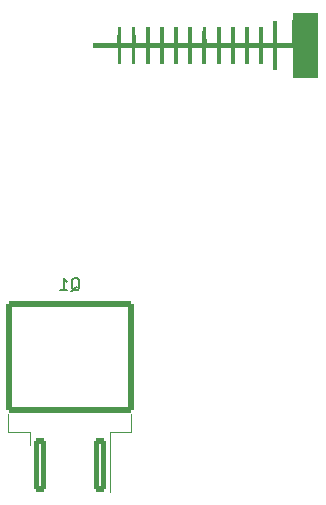
<source format=gbo>
G04 #@! TF.GenerationSoftware,KiCad,Pcbnew,7.0.7*
G04 #@! TF.CreationDate,2024-02-27T11:50:38-06:00*
G04 #@! TF.ProjectId,Relay_board_hardware,52656c61-795f-4626-9f61-72645f686172,rev?*
G04 #@! TF.SameCoordinates,Original*
G04 #@! TF.FileFunction,Legend,Bot*
G04 #@! TF.FilePolarity,Positive*
%FSLAX46Y46*%
G04 Gerber Fmt 4.6, Leading zero omitted, Abs format (unit mm)*
G04 Created by KiCad (PCBNEW 7.0.7) date 2024-02-27 11:50:38*
%MOMM*%
%LPD*%
G01*
G04 APERTURE LIST*
G04 Aperture macros list*
%AMRoundRect*
0 Rectangle with rounded corners*
0 $1 Rounding radius*
0 $2 $3 $4 $5 $6 $7 $8 $9 X,Y pos of 4 corners*
0 Add a 4 corners polygon primitive as box body*
4,1,4,$2,$3,$4,$5,$6,$7,$8,$9,$2,$3,0*
0 Add four circle primitives for the rounded corners*
1,1,$1+$1,$2,$3*
1,1,$1+$1,$4,$5*
1,1,$1+$1,$6,$7*
1,1,$1+$1,$8,$9*
0 Add four rect primitives between the rounded corners*
20,1,$1+$1,$2,$3,$4,$5,0*
20,1,$1+$1,$4,$5,$6,$7,0*
20,1,$1+$1,$6,$7,$8,$9,0*
20,1,$1+$1,$8,$9,$2,$3,0*%
G04 Aperture macros list end*
%ADD10C,0.150000*%
%ADD11C,0.120000*%
%ADD12O,5.100000X3.000000*%
%ADD13R,25.400000X50.800000*%
%ADD14RoundRect,0.775000X-3.525000X0.775000X-3.525000X-0.775000X3.525000X-0.775000X3.525000X0.775000X0*%
%ADD15RoundRect,0.775000X0.775000X3.525000X-0.775000X3.525000X-0.775000X-3.525000X0.775000X-3.525000X0*%
%ADD16RoundRect,0.775000X-0.775000X-3.525000X0.775000X-3.525000X0.775000X3.525000X-0.775000X3.525000X0*%
%ADD17RoundRect,0.775000X3.525000X-0.775000X3.525000X0.775000X-3.525000X0.775000X-3.525000X-0.775000X0*%
%ADD18R,25.400000X25.400000*%
%ADD19C,2.000000*%
%ADD20C,1.524000*%
%ADD21RoundRect,0.250000X0.300000X-2.050000X0.300000X2.050000X-0.300000X2.050000X-0.300000X-2.050000X0*%
%ADD22RoundRect,0.250002X5.149998X-4.449998X5.149998X4.449998X-5.149998X4.449998X-5.149998X-4.449998X0*%
G04 APERTURE END LIST*
D10*
X141065238Y-76750057D02*
X141160476Y-76702438D01*
X141160476Y-76702438D02*
X141255714Y-76607200D01*
X141255714Y-76607200D02*
X141398571Y-76464342D01*
X141398571Y-76464342D02*
X141493809Y-76416723D01*
X141493809Y-76416723D02*
X141589047Y-76416723D01*
X141541428Y-76654819D02*
X141636666Y-76607200D01*
X141636666Y-76607200D02*
X141731904Y-76511961D01*
X141731904Y-76511961D02*
X141779523Y-76321485D01*
X141779523Y-76321485D02*
X141779523Y-75988152D01*
X141779523Y-75988152D02*
X141731904Y-75797676D01*
X141731904Y-75797676D02*
X141636666Y-75702438D01*
X141636666Y-75702438D02*
X141541428Y-75654819D01*
X141541428Y-75654819D02*
X141350952Y-75654819D01*
X141350952Y-75654819D02*
X141255714Y-75702438D01*
X141255714Y-75702438D02*
X141160476Y-75797676D01*
X141160476Y-75797676D02*
X141112857Y-75988152D01*
X141112857Y-75988152D02*
X141112857Y-76321485D01*
X141112857Y-76321485D02*
X141160476Y-76511961D01*
X141160476Y-76511961D02*
X141255714Y-76607200D01*
X141255714Y-76607200D02*
X141350952Y-76654819D01*
X141350952Y-76654819D02*
X141541428Y-76654819D01*
X140160476Y-76654819D02*
X140731904Y-76654819D01*
X140446190Y-76654819D02*
X140446190Y-75654819D01*
X140446190Y-75654819D02*
X140541428Y-75797676D01*
X140541428Y-75797676D02*
X140636666Y-75892914D01*
X140636666Y-75892914D02*
X140731904Y-75940533D01*
G36*
X161944242Y-58712485D02*
G01*
X159819879Y-58712485D01*
X159819879Y-56157091D01*
X158526788Y-56157091D01*
X158526788Y-58004363D01*
X158188121Y-58004363D01*
X158188121Y-56157091D01*
X157326061Y-56157091D01*
X157326061Y-57511757D01*
X156987394Y-57511757D01*
X156987394Y-56157091D01*
X156125333Y-56157091D01*
X156125333Y-57511757D01*
X155786667Y-57511757D01*
X155786667Y-56157091D01*
X154924606Y-56157091D01*
X154924606Y-57511757D01*
X154585939Y-57511757D01*
X154585939Y-56157091D01*
X153723879Y-56157091D01*
X153723879Y-57511757D01*
X153385212Y-57511757D01*
X153385212Y-56157091D01*
X152523151Y-56157091D01*
X152523151Y-57511757D01*
X152184485Y-57511757D01*
X152184485Y-56157091D01*
X151322424Y-56157091D01*
X151322424Y-57511757D01*
X150983757Y-57511757D01*
X150983757Y-56157091D01*
X150121697Y-56157091D01*
X150121697Y-57511757D01*
X149783030Y-57511757D01*
X149783030Y-56157091D01*
X148920970Y-56157091D01*
X148920970Y-57511757D01*
X148759333Y-57511785D01*
X148597697Y-57511813D01*
X148615381Y-56157091D01*
X147720242Y-56157091D01*
X147720242Y-57511757D01*
X147412364Y-57511757D01*
X147412364Y-56157091D01*
X146519515Y-56157091D01*
X146519515Y-57511757D01*
X146211636Y-57511757D01*
X146211636Y-56157091D01*
X145318788Y-56157091D01*
X145318788Y-57511757D01*
X145010909Y-57511757D01*
X145010909Y-56157091D01*
X142948121Y-56157091D01*
X142948121Y-55757678D01*
X144995515Y-55741454D01*
X145012087Y-54371394D01*
X145317610Y-54371394D01*
X145334182Y-55741454D01*
X146196242Y-55741454D01*
X146212814Y-54371394D01*
X146518337Y-54371394D01*
X146534909Y-55741454D01*
X147396970Y-55741454D01*
X147413542Y-54371394D01*
X147719064Y-54371394D01*
X147735636Y-55741454D01*
X148597697Y-55741454D01*
X148603520Y-55064121D01*
X148609344Y-54386788D01*
X148764563Y-54377502D01*
X148919783Y-54368217D01*
X148928073Y-55054836D01*
X148936364Y-55741454D01*
X149781848Y-55758578D01*
X149798424Y-54386788D01*
X149959467Y-54377502D01*
X150120510Y-54368217D01*
X150128801Y-55054836D01*
X150137091Y-55741454D01*
X150982575Y-55758578D01*
X150999151Y-54386788D01*
X151160195Y-54377502D01*
X151321238Y-54368217D01*
X151329528Y-55054836D01*
X151337818Y-55741454D01*
X152183302Y-55758578D01*
X152191590Y-55072683D01*
X152199879Y-54386788D01*
X152360922Y-54377502D01*
X152521965Y-54368217D01*
X152530255Y-55054836D01*
X152538545Y-55741454D01*
X153384029Y-55758578D01*
X153392318Y-55072683D01*
X153400606Y-54386788D01*
X153561649Y-54377502D01*
X153722692Y-54368217D01*
X153730982Y-55054836D01*
X153739273Y-55741454D01*
X154584757Y-55758578D01*
X154601333Y-54386788D01*
X154762376Y-54377502D01*
X154923419Y-54368217D01*
X154931710Y-55054836D01*
X154940000Y-55741454D01*
X155785484Y-55758578D01*
X155793772Y-55072683D01*
X155802061Y-54386788D01*
X155963104Y-54377502D01*
X156124147Y-54368217D01*
X156132437Y-55054836D01*
X156140727Y-55741454D01*
X156986211Y-55758578D01*
X156994500Y-55072683D01*
X157002788Y-54386788D01*
X157163831Y-54377502D01*
X157324874Y-54368217D01*
X157333164Y-55054836D01*
X157341454Y-55741454D01*
X158187216Y-55758580D01*
X158195365Y-54826381D01*
X158203515Y-53894182D01*
X158364698Y-53884891D01*
X158525880Y-53875601D01*
X158534031Y-54808528D01*
X158542182Y-55741454D01*
X159804485Y-55741454D01*
X159812523Y-54471454D01*
X159820562Y-53201454D01*
X161944242Y-53201454D01*
X161944242Y-58712485D01*
G37*
D11*
X135770000Y-88645000D02*
X137580000Y-88645000D01*
X137580000Y-88645000D02*
X137580000Y-89745000D01*
X144360000Y-88645000D02*
X144360000Y-93770000D01*
X146170000Y-88645000D02*
X144360000Y-88645000D01*
X135770000Y-87145000D02*
X135770000Y-88645000D01*
X146170000Y-87145000D02*
X146170000Y-88645000D01*
%LPC*%
D12*
X148463000Y-133922800D03*
X156337000Y-133922800D03*
D13*
X114300000Y-76200000D03*
D14*
X158754000Y-105740000D03*
X171754000Y-105740000D03*
D15*
X173754000Y-123240000D03*
D16*
X156754000Y-123240000D03*
D13*
X114300000Y-127000000D03*
X190500000Y-76200000D03*
X190500000Y-127000000D03*
D17*
X146046000Y-127940000D03*
X133046000Y-127940000D03*
D16*
X131046000Y-110440000D03*
D15*
X148046000Y-110440000D03*
D18*
X160655000Y-75565000D03*
D19*
X132080000Y-90250000D03*
X132080000Y-100250000D03*
D20*
X173990000Y-139700000D03*
X171450000Y-139700000D03*
X168910000Y-139700000D03*
X166370000Y-139700000D03*
X163830000Y-139700000D03*
D21*
X143510000Y-91470000D03*
D22*
X140970000Y-82320000D03*
D21*
X138430000Y-91470000D03*
%LPD*%
M02*

</source>
